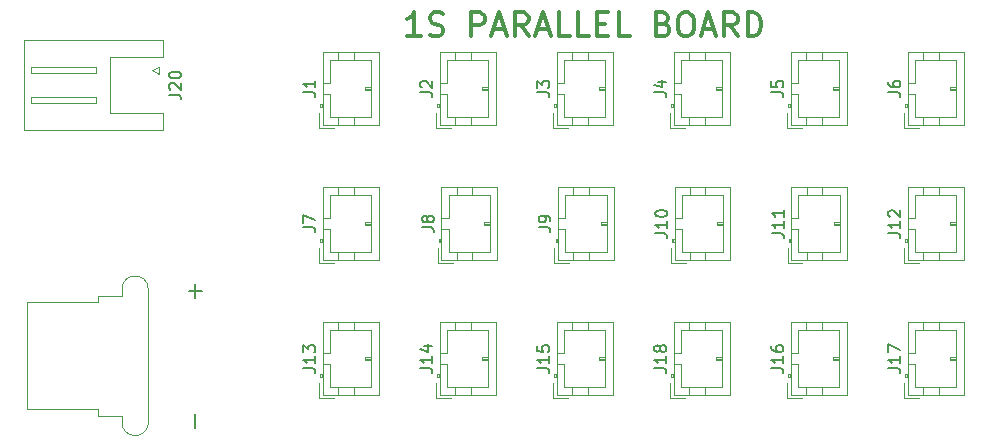
<source format=gbr>
%TF.GenerationSoftware,KiCad,Pcbnew,(5.1.9)-1*%
%TF.CreationDate,2021-10-16T11:47:39+01:00*%
%TF.ProjectId,1S-parallel-board,31532d70-6172-4616-9c6c-656c2d626f61,rev?*%
%TF.SameCoordinates,Original*%
%TF.FileFunction,Legend,Top*%
%TF.FilePolarity,Positive*%
%FSLAX46Y46*%
G04 Gerber Fmt 4.6, Leading zero omitted, Abs format (unit mm)*
G04 Created by KiCad (PCBNEW (5.1.9)-1) date 2021-10-16 11:47:39*
%MOMM*%
%LPD*%
G01*
G04 APERTURE LIST*
%ADD10C,0.300000*%
%ADD11C,0.120000*%
%ADD12C,0.150000*%
G04 APERTURE END LIST*
D10*
X110602857Y-97424761D02*
X109460000Y-97424761D01*
X110031428Y-97424761D02*
X110031428Y-95424761D01*
X109840952Y-95710476D01*
X109650476Y-95900952D01*
X109460000Y-95996190D01*
X111364761Y-97329523D02*
X111650476Y-97424761D01*
X112126666Y-97424761D01*
X112317142Y-97329523D01*
X112412380Y-97234285D01*
X112507619Y-97043809D01*
X112507619Y-96853333D01*
X112412380Y-96662857D01*
X112317142Y-96567619D01*
X112126666Y-96472380D01*
X111745714Y-96377142D01*
X111555238Y-96281904D01*
X111460000Y-96186666D01*
X111364761Y-95996190D01*
X111364761Y-95805714D01*
X111460000Y-95615238D01*
X111555238Y-95520000D01*
X111745714Y-95424761D01*
X112221904Y-95424761D01*
X112507619Y-95520000D01*
X114888571Y-97424761D02*
X114888571Y-95424761D01*
X115650476Y-95424761D01*
X115840952Y-95520000D01*
X115936190Y-95615238D01*
X116031428Y-95805714D01*
X116031428Y-96091428D01*
X115936190Y-96281904D01*
X115840952Y-96377142D01*
X115650476Y-96472380D01*
X114888571Y-96472380D01*
X116793333Y-96853333D02*
X117745714Y-96853333D01*
X116602857Y-97424761D02*
X117269523Y-95424761D01*
X117936190Y-97424761D01*
X119745714Y-97424761D02*
X119079047Y-96472380D01*
X118602857Y-97424761D02*
X118602857Y-95424761D01*
X119364761Y-95424761D01*
X119555238Y-95520000D01*
X119650476Y-95615238D01*
X119745714Y-95805714D01*
X119745714Y-96091428D01*
X119650476Y-96281904D01*
X119555238Y-96377142D01*
X119364761Y-96472380D01*
X118602857Y-96472380D01*
X120507619Y-96853333D02*
X121460000Y-96853333D01*
X120317142Y-97424761D02*
X120983809Y-95424761D01*
X121650476Y-97424761D01*
X123269523Y-97424761D02*
X122317142Y-97424761D01*
X122317142Y-95424761D01*
X124888571Y-97424761D02*
X123936190Y-97424761D01*
X123936190Y-95424761D01*
X125555238Y-96377142D02*
X126221904Y-96377142D01*
X126507619Y-97424761D02*
X125555238Y-97424761D01*
X125555238Y-95424761D01*
X126507619Y-95424761D01*
X128317142Y-97424761D02*
X127364761Y-97424761D01*
X127364761Y-95424761D01*
X131174285Y-96377142D02*
X131460000Y-96472380D01*
X131555238Y-96567619D01*
X131650476Y-96758095D01*
X131650476Y-97043809D01*
X131555238Y-97234285D01*
X131460000Y-97329523D01*
X131269523Y-97424761D01*
X130507619Y-97424761D01*
X130507619Y-95424761D01*
X131174285Y-95424761D01*
X131364761Y-95520000D01*
X131460000Y-95615238D01*
X131555238Y-95805714D01*
X131555238Y-95996190D01*
X131460000Y-96186666D01*
X131364761Y-96281904D01*
X131174285Y-96377142D01*
X130507619Y-96377142D01*
X132888571Y-95424761D02*
X133269523Y-95424761D01*
X133460000Y-95520000D01*
X133650476Y-95710476D01*
X133745714Y-96091428D01*
X133745714Y-96758095D01*
X133650476Y-97139047D01*
X133460000Y-97329523D01*
X133269523Y-97424761D01*
X132888571Y-97424761D01*
X132698095Y-97329523D01*
X132507619Y-97139047D01*
X132412380Y-96758095D01*
X132412380Y-96091428D01*
X132507619Y-95710476D01*
X132698095Y-95520000D01*
X132888571Y-95424761D01*
X134507619Y-96853333D02*
X135460000Y-96853333D01*
X134317142Y-97424761D02*
X134983809Y-95424761D01*
X135650476Y-97424761D01*
X137460000Y-97424761D02*
X136793333Y-96472380D01*
X136317142Y-97424761D02*
X136317142Y-95424761D01*
X137079047Y-95424761D01*
X137269523Y-95520000D01*
X137364761Y-95615238D01*
X137460000Y-95805714D01*
X137460000Y-96091428D01*
X137364761Y-96281904D01*
X137269523Y-96377142D01*
X137079047Y-96472380D01*
X136317142Y-96472380D01*
X138317142Y-97424761D02*
X138317142Y-95424761D01*
X138793333Y-95424761D01*
X139079047Y-95520000D01*
X139269523Y-95710476D01*
X139364761Y-95900952D01*
X139460000Y-96281904D01*
X139460000Y-96567619D01*
X139364761Y-96948571D01*
X139269523Y-97139047D01*
X139079047Y-97329523D01*
X138793333Y-97424761D01*
X138317142Y-97424761D01*
D11*
%TO.C,J20*%
X77050000Y-101580000D02*
X77050000Y-97770000D01*
X77050000Y-97770000D02*
X88770000Y-97770000D01*
X88770000Y-97770000D02*
X88770000Y-99190000D01*
X88770000Y-99190000D02*
X84270000Y-99190000D01*
X84270000Y-99190000D02*
X84270000Y-101580000D01*
X77050000Y-101580000D02*
X77050000Y-105390000D01*
X77050000Y-105390000D02*
X88770000Y-105390000D01*
X88770000Y-105390000D02*
X88770000Y-103970000D01*
X88770000Y-103970000D02*
X84270000Y-103970000D01*
X84270000Y-103970000D02*
X84270000Y-101580000D01*
X83160000Y-100080000D02*
X77660000Y-100080000D01*
X77660000Y-100080000D02*
X77660000Y-100580000D01*
X77660000Y-100580000D02*
X83160000Y-100580000D01*
X83160000Y-100580000D02*
X83160000Y-100080000D01*
X83160000Y-102580000D02*
X77660000Y-102580000D01*
X77660000Y-102580000D02*
X77660000Y-103080000D01*
X77660000Y-103080000D02*
X83160000Y-103080000D01*
X83160000Y-103080000D02*
X83160000Y-102580000D01*
X87860000Y-100330000D02*
X88460000Y-100030000D01*
X88460000Y-100030000D02*
X88460000Y-100630000D01*
X88460000Y-100630000D02*
X87860000Y-100330000D01*
%TO.C,J18*%
X132048000Y-127790000D02*
X136768000Y-127790000D01*
X136768000Y-127790000D02*
X136768000Y-121670000D01*
X136768000Y-121670000D02*
X132048000Y-121670000D01*
X132048000Y-121670000D02*
X132048000Y-127790000D01*
X132048000Y-126030000D02*
X131848000Y-126030000D01*
X131848000Y-126030000D02*
X131848000Y-126330000D01*
X131848000Y-126330000D02*
X132048000Y-126330000D01*
X131948000Y-126030000D02*
X131948000Y-126330000D01*
X132048000Y-125230000D02*
X132658000Y-125230000D01*
X132658000Y-125230000D02*
X132658000Y-127180000D01*
X132658000Y-127180000D02*
X136158000Y-127180000D01*
X136158000Y-127180000D02*
X136158000Y-122280000D01*
X136158000Y-122280000D02*
X132658000Y-122280000D01*
X132658000Y-122280000D02*
X132658000Y-124230000D01*
X132658000Y-124230000D02*
X132048000Y-124230000D01*
X133358000Y-127790000D02*
X133358000Y-127180000D01*
X134658000Y-127790000D02*
X134658000Y-127180000D01*
X133358000Y-121670000D02*
X133358000Y-122280000D01*
X134658000Y-121670000D02*
X134658000Y-122280000D01*
X136158000Y-124830000D02*
X135658000Y-124830000D01*
X135658000Y-124830000D02*
X135658000Y-124630000D01*
X135658000Y-124630000D02*
X136158000Y-124630000D01*
X136158000Y-124730000D02*
X135658000Y-124730000D01*
X131748000Y-126840000D02*
X131748000Y-128090000D01*
X131748000Y-128090000D02*
X132998000Y-128090000D01*
%TO.C,J17*%
X151860000Y-127790000D02*
X156580000Y-127790000D01*
X156580000Y-127790000D02*
X156580000Y-121670000D01*
X156580000Y-121670000D02*
X151860000Y-121670000D01*
X151860000Y-121670000D02*
X151860000Y-127790000D01*
X151860000Y-126030000D02*
X151660000Y-126030000D01*
X151660000Y-126030000D02*
X151660000Y-126330000D01*
X151660000Y-126330000D02*
X151860000Y-126330000D01*
X151760000Y-126030000D02*
X151760000Y-126330000D01*
X151860000Y-125230000D02*
X152470000Y-125230000D01*
X152470000Y-125230000D02*
X152470000Y-127180000D01*
X152470000Y-127180000D02*
X155970000Y-127180000D01*
X155970000Y-127180000D02*
X155970000Y-122280000D01*
X155970000Y-122280000D02*
X152470000Y-122280000D01*
X152470000Y-122280000D02*
X152470000Y-124230000D01*
X152470000Y-124230000D02*
X151860000Y-124230000D01*
X153170000Y-127790000D02*
X153170000Y-127180000D01*
X154470000Y-127790000D02*
X154470000Y-127180000D01*
X153170000Y-121670000D02*
X153170000Y-122280000D01*
X154470000Y-121670000D02*
X154470000Y-122280000D01*
X155970000Y-124830000D02*
X155470000Y-124830000D01*
X155470000Y-124830000D02*
X155470000Y-124630000D01*
X155470000Y-124630000D02*
X155970000Y-124630000D01*
X155970000Y-124730000D02*
X155470000Y-124730000D01*
X151560000Y-126840000D02*
X151560000Y-128090000D01*
X151560000Y-128090000D02*
X152810000Y-128090000D01*
%TO.C,J16*%
X141954000Y-127790000D02*
X146674000Y-127790000D01*
X146674000Y-127790000D02*
X146674000Y-121670000D01*
X146674000Y-121670000D02*
X141954000Y-121670000D01*
X141954000Y-121670000D02*
X141954000Y-127790000D01*
X141954000Y-126030000D02*
X141754000Y-126030000D01*
X141754000Y-126030000D02*
X141754000Y-126330000D01*
X141754000Y-126330000D02*
X141954000Y-126330000D01*
X141854000Y-126030000D02*
X141854000Y-126330000D01*
X141954000Y-125230000D02*
X142564000Y-125230000D01*
X142564000Y-125230000D02*
X142564000Y-127180000D01*
X142564000Y-127180000D02*
X146064000Y-127180000D01*
X146064000Y-127180000D02*
X146064000Y-122280000D01*
X146064000Y-122280000D02*
X142564000Y-122280000D01*
X142564000Y-122280000D02*
X142564000Y-124230000D01*
X142564000Y-124230000D02*
X141954000Y-124230000D01*
X143264000Y-127790000D02*
X143264000Y-127180000D01*
X144564000Y-127790000D02*
X144564000Y-127180000D01*
X143264000Y-121670000D02*
X143264000Y-122280000D01*
X144564000Y-121670000D02*
X144564000Y-122280000D01*
X146064000Y-124830000D02*
X145564000Y-124830000D01*
X145564000Y-124830000D02*
X145564000Y-124630000D01*
X145564000Y-124630000D02*
X146064000Y-124630000D01*
X146064000Y-124730000D02*
X145564000Y-124730000D01*
X141654000Y-126840000D02*
X141654000Y-128090000D01*
X141654000Y-128090000D02*
X142904000Y-128090000D01*
%TO.C,J15*%
X122142000Y-127790000D02*
X126862000Y-127790000D01*
X126862000Y-127790000D02*
X126862000Y-121670000D01*
X126862000Y-121670000D02*
X122142000Y-121670000D01*
X122142000Y-121670000D02*
X122142000Y-127790000D01*
X122142000Y-126030000D02*
X121942000Y-126030000D01*
X121942000Y-126030000D02*
X121942000Y-126330000D01*
X121942000Y-126330000D02*
X122142000Y-126330000D01*
X122042000Y-126030000D02*
X122042000Y-126330000D01*
X122142000Y-125230000D02*
X122752000Y-125230000D01*
X122752000Y-125230000D02*
X122752000Y-127180000D01*
X122752000Y-127180000D02*
X126252000Y-127180000D01*
X126252000Y-127180000D02*
X126252000Y-122280000D01*
X126252000Y-122280000D02*
X122752000Y-122280000D01*
X122752000Y-122280000D02*
X122752000Y-124230000D01*
X122752000Y-124230000D02*
X122142000Y-124230000D01*
X123452000Y-127790000D02*
X123452000Y-127180000D01*
X124752000Y-127790000D02*
X124752000Y-127180000D01*
X123452000Y-121670000D02*
X123452000Y-122280000D01*
X124752000Y-121670000D02*
X124752000Y-122280000D01*
X126252000Y-124830000D02*
X125752000Y-124830000D01*
X125752000Y-124830000D02*
X125752000Y-124630000D01*
X125752000Y-124630000D02*
X126252000Y-124630000D01*
X126252000Y-124730000D02*
X125752000Y-124730000D01*
X121842000Y-126840000D02*
X121842000Y-128090000D01*
X121842000Y-128090000D02*
X123092000Y-128090000D01*
%TO.C,J14*%
X112236000Y-127790000D02*
X116956000Y-127790000D01*
X116956000Y-127790000D02*
X116956000Y-121670000D01*
X116956000Y-121670000D02*
X112236000Y-121670000D01*
X112236000Y-121670000D02*
X112236000Y-127790000D01*
X112236000Y-126030000D02*
X112036000Y-126030000D01*
X112036000Y-126030000D02*
X112036000Y-126330000D01*
X112036000Y-126330000D02*
X112236000Y-126330000D01*
X112136000Y-126030000D02*
X112136000Y-126330000D01*
X112236000Y-125230000D02*
X112846000Y-125230000D01*
X112846000Y-125230000D02*
X112846000Y-127180000D01*
X112846000Y-127180000D02*
X116346000Y-127180000D01*
X116346000Y-127180000D02*
X116346000Y-122280000D01*
X116346000Y-122280000D02*
X112846000Y-122280000D01*
X112846000Y-122280000D02*
X112846000Y-124230000D01*
X112846000Y-124230000D02*
X112236000Y-124230000D01*
X113546000Y-127790000D02*
X113546000Y-127180000D01*
X114846000Y-127790000D02*
X114846000Y-127180000D01*
X113546000Y-121670000D02*
X113546000Y-122280000D01*
X114846000Y-121670000D02*
X114846000Y-122280000D01*
X116346000Y-124830000D02*
X115846000Y-124830000D01*
X115846000Y-124830000D02*
X115846000Y-124630000D01*
X115846000Y-124630000D02*
X116346000Y-124630000D01*
X116346000Y-124730000D02*
X115846000Y-124730000D01*
X111936000Y-126840000D02*
X111936000Y-128090000D01*
X111936000Y-128090000D02*
X113186000Y-128090000D01*
%TO.C,J13*%
X102330000Y-127790000D02*
X107050000Y-127790000D01*
X107050000Y-127790000D02*
X107050000Y-121670000D01*
X107050000Y-121670000D02*
X102330000Y-121670000D01*
X102330000Y-121670000D02*
X102330000Y-127790000D01*
X102330000Y-126030000D02*
X102130000Y-126030000D01*
X102130000Y-126030000D02*
X102130000Y-126330000D01*
X102130000Y-126330000D02*
X102330000Y-126330000D01*
X102230000Y-126030000D02*
X102230000Y-126330000D01*
X102330000Y-125230000D02*
X102940000Y-125230000D01*
X102940000Y-125230000D02*
X102940000Y-127180000D01*
X102940000Y-127180000D02*
X106440000Y-127180000D01*
X106440000Y-127180000D02*
X106440000Y-122280000D01*
X106440000Y-122280000D02*
X102940000Y-122280000D01*
X102940000Y-122280000D02*
X102940000Y-124230000D01*
X102940000Y-124230000D02*
X102330000Y-124230000D01*
X103640000Y-127790000D02*
X103640000Y-127180000D01*
X104940000Y-127790000D02*
X104940000Y-127180000D01*
X103640000Y-121670000D02*
X103640000Y-122280000D01*
X104940000Y-121670000D02*
X104940000Y-122280000D01*
X106440000Y-124830000D02*
X105940000Y-124830000D01*
X105940000Y-124830000D02*
X105940000Y-124630000D01*
X105940000Y-124630000D02*
X106440000Y-124630000D01*
X106440000Y-124730000D02*
X105940000Y-124730000D01*
X102030000Y-126840000D02*
X102030000Y-128090000D01*
X102030000Y-128090000D02*
X103280000Y-128090000D01*
%TO.C,J12*%
X151860000Y-116360000D02*
X156580000Y-116360000D01*
X156580000Y-116360000D02*
X156580000Y-110240000D01*
X156580000Y-110240000D02*
X151860000Y-110240000D01*
X151860000Y-110240000D02*
X151860000Y-116360000D01*
X151860000Y-114600000D02*
X151660000Y-114600000D01*
X151660000Y-114600000D02*
X151660000Y-114900000D01*
X151660000Y-114900000D02*
X151860000Y-114900000D01*
X151760000Y-114600000D02*
X151760000Y-114900000D01*
X151860000Y-113800000D02*
X152470000Y-113800000D01*
X152470000Y-113800000D02*
X152470000Y-115750000D01*
X152470000Y-115750000D02*
X155970000Y-115750000D01*
X155970000Y-115750000D02*
X155970000Y-110850000D01*
X155970000Y-110850000D02*
X152470000Y-110850000D01*
X152470000Y-110850000D02*
X152470000Y-112800000D01*
X152470000Y-112800000D02*
X151860000Y-112800000D01*
X153170000Y-116360000D02*
X153170000Y-115750000D01*
X154470000Y-116360000D02*
X154470000Y-115750000D01*
X153170000Y-110240000D02*
X153170000Y-110850000D01*
X154470000Y-110240000D02*
X154470000Y-110850000D01*
X155970000Y-113400000D02*
X155470000Y-113400000D01*
X155470000Y-113400000D02*
X155470000Y-113200000D01*
X155470000Y-113200000D02*
X155970000Y-113200000D01*
X155970000Y-113300000D02*
X155470000Y-113300000D01*
X151560000Y-115410000D02*
X151560000Y-116660000D01*
X151560000Y-116660000D02*
X152810000Y-116660000D01*
%TO.C,J11*%
X141988000Y-116360000D02*
X146708000Y-116360000D01*
X146708000Y-116360000D02*
X146708000Y-110240000D01*
X146708000Y-110240000D02*
X141988000Y-110240000D01*
X141988000Y-110240000D02*
X141988000Y-116360000D01*
X141988000Y-114600000D02*
X141788000Y-114600000D01*
X141788000Y-114600000D02*
X141788000Y-114900000D01*
X141788000Y-114900000D02*
X141988000Y-114900000D01*
X141888000Y-114600000D02*
X141888000Y-114900000D01*
X141988000Y-113800000D02*
X142598000Y-113800000D01*
X142598000Y-113800000D02*
X142598000Y-115750000D01*
X142598000Y-115750000D02*
X146098000Y-115750000D01*
X146098000Y-115750000D02*
X146098000Y-110850000D01*
X146098000Y-110850000D02*
X142598000Y-110850000D01*
X142598000Y-110850000D02*
X142598000Y-112800000D01*
X142598000Y-112800000D02*
X141988000Y-112800000D01*
X143298000Y-116360000D02*
X143298000Y-115750000D01*
X144598000Y-116360000D02*
X144598000Y-115750000D01*
X143298000Y-110240000D02*
X143298000Y-110850000D01*
X144598000Y-110240000D02*
X144598000Y-110850000D01*
X146098000Y-113400000D02*
X145598000Y-113400000D01*
X145598000Y-113400000D02*
X145598000Y-113200000D01*
X145598000Y-113200000D02*
X146098000Y-113200000D01*
X146098000Y-113300000D02*
X145598000Y-113300000D01*
X141688000Y-115410000D02*
X141688000Y-116660000D01*
X141688000Y-116660000D02*
X142938000Y-116660000D01*
%TO.C,J10*%
X132116000Y-116360000D02*
X136836000Y-116360000D01*
X136836000Y-116360000D02*
X136836000Y-110240000D01*
X136836000Y-110240000D02*
X132116000Y-110240000D01*
X132116000Y-110240000D02*
X132116000Y-116360000D01*
X132116000Y-114600000D02*
X131916000Y-114600000D01*
X131916000Y-114600000D02*
X131916000Y-114900000D01*
X131916000Y-114900000D02*
X132116000Y-114900000D01*
X132016000Y-114600000D02*
X132016000Y-114900000D01*
X132116000Y-113800000D02*
X132726000Y-113800000D01*
X132726000Y-113800000D02*
X132726000Y-115750000D01*
X132726000Y-115750000D02*
X136226000Y-115750000D01*
X136226000Y-115750000D02*
X136226000Y-110850000D01*
X136226000Y-110850000D02*
X132726000Y-110850000D01*
X132726000Y-110850000D02*
X132726000Y-112800000D01*
X132726000Y-112800000D02*
X132116000Y-112800000D01*
X133426000Y-116360000D02*
X133426000Y-115750000D01*
X134726000Y-116360000D02*
X134726000Y-115750000D01*
X133426000Y-110240000D02*
X133426000Y-110850000D01*
X134726000Y-110240000D02*
X134726000Y-110850000D01*
X136226000Y-113400000D02*
X135726000Y-113400000D01*
X135726000Y-113400000D02*
X135726000Y-113200000D01*
X135726000Y-113200000D02*
X136226000Y-113200000D01*
X136226000Y-113300000D02*
X135726000Y-113300000D01*
X131816000Y-115410000D02*
X131816000Y-116660000D01*
X131816000Y-116660000D02*
X133066000Y-116660000D01*
%TO.C,J9*%
X122244000Y-116360000D02*
X126964000Y-116360000D01*
X126964000Y-116360000D02*
X126964000Y-110240000D01*
X126964000Y-110240000D02*
X122244000Y-110240000D01*
X122244000Y-110240000D02*
X122244000Y-116360000D01*
X122244000Y-114600000D02*
X122044000Y-114600000D01*
X122044000Y-114600000D02*
X122044000Y-114900000D01*
X122044000Y-114900000D02*
X122244000Y-114900000D01*
X122144000Y-114600000D02*
X122144000Y-114900000D01*
X122244000Y-113800000D02*
X122854000Y-113800000D01*
X122854000Y-113800000D02*
X122854000Y-115750000D01*
X122854000Y-115750000D02*
X126354000Y-115750000D01*
X126354000Y-115750000D02*
X126354000Y-110850000D01*
X126354000Y-110850000D02*
X122854000Y-110850000D01*
X122854000Y-110850000D02*
X122854000Y-112800000D01*
X122854000Y-112800000D02*
X122244000Y-112800000D01*
X123554000Y-116360000D02*
X123554000Y-115750000D01*
X124854000Y-116360000D02*
X124854000Y-115750000D01*
X123554000Y-110240000D02*
X123554000Y-110850000D01*
X124854000Y-110240000D02*
X124854000Y-110850000D01*
X126354000Y-113400000D02*
X125854000Y-113400000D01*
X125854000Y-113400000D02*
X125854000Y-113200000D01*
X125854000Y-113200000D02*
X126354000Y-113200000D01*
X126354000Y-113300000D02*
X125854000Y-113300000D01*
X121944000Y-115410000D02*
X121944000Y-116660000D01*
X121944000Y-116660000D02*
X123194000Y-116660000D01*
%TO.C,J8*%
X112372000Y-116360000D02*
X117092000Y-116360000D01*
X117092000Y-116360000D02*
X117092000Y-110240000D01*
X117092000Y-110240000D02*
X112372000Y-110240000D01*
X112372000Y-110240000D02*
X112372000Y-116360000D01*
X112372000Y-114600000D02*
X112172000Y-114600000D01*
X112172000Y-114600000D02*
X112172000Y-114900000D01*
X112172000Y-114900000D02*
X112372000Y-114900000D01*
X112272000Y-114600000D02*
X112272000Y-114900000D01*
X112372000Y-113800000D02*
X112982000Y-113800000D01*
X112982000Y-113800000D02*
X112982000Y-115750000D01*
X112982000Y-115750000D02*
X116482000Y-115750000D01*
X116482000Y-115750000D02*
X116482000Y-110850000D01*
X116482000Y-110850000D02*
X112982000Y-110850000D01*
X112982000Y-110850000D02*
X112982000Y-112800000D01*
X112982000Y-112800000D02*
X112372000Y-112800000D01*
X113682000Y-116360000D02*
X113682000Y-115750000D01*
X114982000Y-116360000D02*
X114982000Y-115750000D01*
X113682000Y-110240000D02*
X113682000Y-110850000D01*
X114982000Y-110240000D02*
X114982000Y-110850000D01*
X116482000Y-113400000D02*
X115982000Y-113400000D01*
X115982000Y-113400000D02*
X115982000Y-113200000D01*
X115982000Y-113200000D02*
X116482000Y-113200000D01*
X116482000Y-113300000D02*
X115982000Y-113300000D01*
X112072000Y-115410000D02*
X112072000Y-116660000D01*
X112072000Y-116660000D02*
X113322000Y-116660000D01*
%TO.C,J7*%
X102330000Y-116360000D02*
X107050000Y-116360000D01*
X107050000Y-116360000D02*
X107050000Y-110240000D01*
X107050000Y-110240000D02*
X102330000Y-110240000D01*
X102330000Y-110240000D02*
X102330000Y-116360000D01*
X102330000Y-114600000D02*
X102130000Y-114600000D01*
X102130000Y-114600000D02*
X102130000Y-114900000D01*
X102130000Y-114900000D02*
X102330000Y-114900000D01*
X102230000Y-114600000D02*
X102230000Y-114900000D01*
X102330000Y-113800000D02*
X102940000Y-113800000D01*
X102940000Y-113800000D02*
X102940000Y-115750000D01*
X102940000Y-115750000D02*
X106440000Y-115750000D01*
X106440000Y-115750000D02*
X106440000Y-110850000D01*
X106440000Y-110850000D02*
X102940000Y-110850000D01*
X102940000Y-110850000D02*
X102940000Y-112800000D01*
X102940000Y-112800000D02*
X102330000Y-112800000D01*
X103640000Y-116360000D02*
X103640000Y-115750000D01*
X104940000Y-116360000D02*
X104940000Y-115750000D01*
X103640000Y-110240000D02*
X103640000Y-110850000D01*
X104940000Y-110240000D02*
X104940000Y-110850000D01*
X106440000Y-113400000D02*
X105940000Y-113400000D01*
X105940000Y-113400000D02*
X105940000Y-113200000D01*
X105940000Y-113200000D02*
X106440000Y-113200000D01*
X106440000Y-113300000D02*
X105940000Y-113300000D01*
X102030000Y-115410000D02*
X102030000Y-116660000D01*
X102030000Y-116660000D02*
X103280000Y-116660000D01*
%TO.C,J6*%
X151860000Y-104930000D02*
X156580000Y-104930000D01*
X156580000Y-104930000D02*
X156580000Y-98810000D01*
X156580000Y-98810000D02*
X151860000Y-98810000D01*
X151860000Y-98810000D02*
X151860000Y-104930000D01*
X151860000Y-103170000D02*
X151660000Y-103170000D01*
X151660000Y-103170000D02*
X151660000Y-103470000D01*
X151660000Y-103470000D02*
X151860000Y-103470000D01*
X151760000Y-103170000D02*
X151760000Y-103470000D01*
X151860000Y-102370000D02*
X152470000Y-102370000D01*
X152470000Y-102370000D02*
X152470000Y-104320000D01*
X152470000Y-104320000D02*
X155970000Y-104320000D01*
X155970000Y-104320000D02*
X155970000Y-99420000D01*
X155970000Y-99420000D02*
X152470000Y-99420000D01*
X152470000Y-99420000D02*
X152470000Y-101370000D01*
X152470000Y-101370000D02*
X151860000Y-101370000D01*
X153170000Y-104930000D02*
X153170000Y-104320000D01*
X154470000Y-104930000D02*
X154470000Y-104320000D01*
X153170000Y-98810000D02*
X153170000Y-99420000D01*
X154470000Y-98810000D02*
X154470000Y-99420000D01*
X155970000Y-101970000D02*
X155470000Y-101970000D01*
X155470000Y-101970000D02*
X155470000Y-101770000D01*
X155470000Y-101770000D02*
X155970000Y-101770000D01*
X155970000Y-101870000D02*
X155470000Y-101870000D01*
X151560000Y-103980000D02*
X151560000Y-105230000D01*
X151560000Y-105230000D02*
X152810000Y-105230000D01*
%TO.C,J5*%
X141954000Y-104930000D02*
X146674000Y-104930000D01*
X146674000Y-104930000D02*
X146674000Y-98810000D01*
X146674000Y-98810000D02*
X141954000Y-98810000D01*
X141954000Y-98810000D02*
X141954000Y-104930000D01*
X141954000Y-103170000D02*
X141754000Y-103170000D01*
X141754000Y-103170000D02*
X141754000Y-103470000D01*
X141754000Y-103470000D02*
X141954000Y-103470000D01*
X141854000Y-103170000D02*
X141854000Y-103470000D01*
X141954000Y-102370000D02*
X142564000Y-102370000D01*
X142564000Y-102370000D02*
X142564000Y-104320000D01*
X142564000Y-104320000D02*
X146064000Y-104320000D01*
X146064000Y-104320000D02*
X146064000Y-99420000D01*
X146064000Y-99420000D02*
X142564000Y-99420000D01*
X142564000Y-99420000D02*
X142564000Y-101370000D01*
X142564000Y-101370000D02*
X141954000Y-101370000D01*
X143264000Y-104930000D02*
X143264000Y-104320000D01*
X144564000Y-104930000D02*
X144564000Y-104320000D01*
X143264000Y-98810000D02*
X143264000Y-99420000D01*
X144564000Y-98810000D02*
X144564000Y-99420000D01*
X146064000Y-101970000D02*
X145564000Y-101970000D01*
X145564000Y-101970000D02*
X145564000Y-101770000D01*
X145564000Y-101770000D02*
X146064000Y-101770000D01*
X146064000Y-101870000D02*
X145564000Y-101870000D01*
X141654000Y-103980000D02*
X141654000Y-105230000D01*
X141654000Y-105230000D02*
X142904000Y-105230000D01*
%TO.C,J4*%
X132048000Y-104930000D02*
X136768000Y-104930000D01*
X136768000Y-104930000D02*
X136768000Y-98810000D01*
X136768000Y-98810000D02*
X132048000Y-98810000D01*
X132048000Y-98810000D02*
X132048000Y-104930000D01*
X132048000Y-103170000D02*
X131848000Y-103170000D01*
X131848000Y-103170000D02*
X131848000Y-103470000D01*
X131848000Y-103470000D02*
X132048000Y-103470000D01*
X131948000Y-103170000D02*
X131948000Y-103470000D01*
X132048000Y-102370000D02*
X132658000Y-102370000D01*
X132658000Y-102370000D02*
X132658000Y-104320000D01*
X132658000Y-104320000D02*
X136158000Y-104320000D01*
X136158000Y-104320000D02*
X136158000Y-99420000D01*
X136158000Y-99420000D02*
X132658000Y-99420000D01*
X132658000Y-99420000D02*
X132658000Y-101370000D01*
X132658000Y-101370000D02*
X132048000Y-101370000D01*
X133358000Y-104930000D02*
X133358000Y-104320000D01*
X134658000Y-104930000D02*
X134658000Y-104320000D01*
X133358000Y-98810000D02*
X133358000Y-99420000D01*
X134658000Y-98810000D02*
X134658000Y-99420000D01*
X136158000Y-101970000D02*
X135658000Y-101970000D01*
X135658000Y-101970000D02*
X135658000Y-101770000D01*
X135658000Y-101770000D02*
X136158000Y-101770000D01*
X136158000Y-101870000D02*
X135658000Y-101870000D01*
X131748000Y-103980000D02*
X131748000Y-105230000D01*
X131748000Y-105230000D02*
X132998000Y-105230000D01*
%TO.C,J3*%
X122142000Y-104930000D02*
X126862000Y-104930000D01*
X126862000Y-104930000D02*
X126862000Y-98810000D01*
X126862000Y-98810000D02*
X122142000Y-98810000D01*
X122142000Y-98810000D02*
X122142000Y-104930000D01*
X122142000Y-103170000D02*
X121942000Y-103170000D01*
X121942000Y-103170000D02*
X121942000Y-103470000D01*
X121942000Y-103470000D02*
X122142000Y-103470000D01*
X122042000Y-103170000D02*
X122042000Y-103470000D01*
X122142000Y-102370000D02*
X122752000Y-102370000D01*
X122752000Y-102370000D02*
X122752000Y-104320000D01*
X122752000Y-104320000D02*
X126252000Y-104320000D01*
X126252000Y-104320000D02*
X126252000Y-99420000D01*
X126252000Y-99420000D02*
X122752000Y-99420000D01*
X122752000Y-99420000D02*
X122752000Y-101370000D01*
X122752000Y-101370000D02*
X122142000Y-101370000D01*
X123452000Y-104930000D02*
X123452000Y-104320000D01*
X124752000Y-104930000D02*
X124752000Y-104320000D01*
X123452000Y-98810000D02*
X123452000Y-99420000D01*
X124752000Y-98810000D02*
X124752000Y-99420000D01*
X126252000Y-101970000D02*
X125752000Y-101970000D01*
X125752000Y-101970000D02*
X125752000Y-101770000D01*
X125752000Y-101770000D02*
X126252000Y-101770000D01*
X126252000Y-101870000D02*
X125752000Y-101870000D01*
X121842000Y-103980000D02*
X121842000Y-105230000D01*
X121842000Y-105230000D02*
X123092000Y-105230000D01*
%TO.C,J2*%
X112236000Y-104930000D02*
X116956000Y-104930000D01*
X116956000Y-104930000D02*
X116956000Y-98810000D01*
X116956000Y-98810000D02*
X112236000Y-98810000D01*
X112236000Y-98810000D02*
X112236000Y-104930000D01*
X112236000Y-103170000D02*
X112036000Y-103170000D01*
X112036000Y-103170000D02*
X112036000Y-103470000D01*
X112036000Y-103470000D02*
X112236000Y-103470000D01*
X112136000Y-103170000D02*
X112136000Y-103470000D01*
X112236000Y-102370000D02*
X112846000Y-102370000D01*
X112846000Y-102370000D02*
X112846000Y-104320000D01*
X112846000Y-104320000D02*
X116346000Y-104320000D01*
X116346000Y-104320000D02*
X116346000Y-99420000D01*
X116346000Y-99420000D02*
X112846000Y-99420000D01*
X112846000Y-99420000D02*
X112846000Y-101370000D01*
X112846000Y-101370000D02*
X112236000Y-101370000D01*
X113546000Y-104930000D02*
X113546000Y-104320000D01*
X114846000Y-104930000D02*
X114846000Y-104320000D01*
X113546000Y-98810000D02*
X113546000Y-99420000D01*
X114846000Y-98810000D02*
X114846000Y-99420000D01*
X116346000Y-101970000D02*
X115846000Y-101970000D01*
X115846000Y-101970000D02*
X115846000Y-101770000D01*
X115846000Y-101770000D02*
X116346000Y-101770000D01*
X116346000Y-101870000D02*
X115846000Y-101870000D01*
X111936000Y-103980000D02*
X111936000Y-105230000D01*
X111936000Y-105230000D02*
X113186000Y-105230000D01*
%TO.C,J1*%
X102330000Y-104930000D02*
X107050000Y-104930000D01*
X107050000Y-104930000D02*
X107050000Y-98810000D01*
X107050000Y-98810000D02*
X102330000Y-98810000D01*
X102330000Y-98810000D02*
X102330000Y-104930000D01*
X102330000Y-103170000D02*
X102130000Y-103170000D01*
X102130000Y-103170000D02*
X102130000Y-103470000D01*
X102130000Y-103470000D02*
X102330000Y-103470000D01*
X102230000Y-103170000D02*
X102230000Y-103470000D01*
X102330000Y-102370000D02*
X102940000Y-102370000D01*
X102940000Y-102370000D02*
X102940000Y-104320000D01*
X102940000Y-104320000D02*
X106440000Y-104320000D01*
X106440000Y-104320000D02*
X106440000Y-99420000D01*
X106440000Y-99420000D02*
X102940000Y-99420000D01*
X102940000Y-99420000D02*
X102940000Y-101370000D01*
X102940000Y-101370000D02*
X102330000Y-101370000D01*
X103640000Y-104930000D02*
X103640000Y-104320000D01*
X104940000Y-104930000D02*
X104940000Y-104320000D01*
X103640000Y-98810000D02*
X103640000Y-99420000D01*
X104940000Y-98810000D02*
X104940000Y-99420000D01*
X106440000Y-101970000D02*
X105940000Y-101970000D01*
X105940000Y-101970000D02*
X105940000Y-101770000D01*
X105940000Y-101770000D02*
X106440000Y-101770000D01*
X106440000Y-101870000D02*
X105940000Y-101870000D01*
X102030000Y-103980000D02*
X102030000Y-105230000D01*
X102030000Y-105230000D02*
X103280000Y-105230000D01*
%TO.C,J19*%
X77280000Y-129030000D02*
X83280000Y-129030000D01*
X77280000Y-129030000D02*
X77280000Y-120000000D01*
X77280000Y-119970000D02*
X83280000Y-119970000D01*
X83280000Y-119970000D02*
X83280000Y-119440000D01*
X83280000Y-119440000D02*
X85330000Y-119440000D01*
X85330000Y-119440000D02*
X85330000Y-118740000D01*
X85330000Y-130260000D02*
X85330000Y-129560000D01*
X83280000Y-129560000D02*
X85330000Y-129560000D01*
X87550000Y-130260000D02*
X87550000Y-118740000D01*
X83280000Y-129560000D02*
X83280000Y-129030000D01*
X85330000Y-118850000D02*
G75*
G02*
X87550000Y-118850000I1110000J0D01*
G01*
X87536635Y-130321729D02*
G75*
G02*
X85330000Y-130150000I-1096635J171729D01*
G01*
%TO.C,J20*%
D12*
X89312380Y-102389523D02*
X90026666Y-102389523D01*
X90169523Y-102437142D01*
X90264761Y-102532380D01*
X90312380Y-102675238D01*
X90312380Y-102770476D01*
X89407619Y-101960952D02*
X89360000Y-101913333D01*
X89312380Y-101818095D01*
X89312380Y-101580000D01*
X89360000Y-101484761D01*
X89407619Y-101437142D01*
X89502857Y-101389523D01*
X89598095Y-101389523D01*
X89740952Y-101437142D01*
X90312380Y-102008571D01*
X90312380Y-101389523D01*
X89312380Y-100770476D02*
X89312380Y-100675238D01*
X89360000Y-100580000D01*
X89407619Y-100532380D01*
X89502857Y-100484761D01*
X89693333Y-100437142D01*
X89931428Y-100437142D01*
X90121904Y-100484761D01*
X90217142Y-100532380D01*
X90264761Y-100580000D01*
X90312380Y-100675238D01*
X90312380Y-100770476D01*
X90264761Y-100865714D01*
X90217142Y-100913333D01*
X90121904Y-100960952D01*
X89931428Y-101008571D01*
X89693333Y-101008571D01*
X89502857Y-100960952D01*
X89407619Y-100913333D01*
X89360000Y-100865714D01*
X89312380Y-100770476D01*
%TO.C,J18*%
X130410380Y-125539523D02*
X131124666Y-125539523D01*
X131267523Y-125587142D01*
X131362761Y-125682380D01*
X131410380Y-125825238D01*
X131410380Y-125920476D01*
X131410380Y-124539523D02*
X131410380Y-125110952D01*
X131410380Y-124825238D02*
X130410380Y-124825238D01*
X130553238Y-124920476D01*
X130648476Y-125015714D01*
X130696095Y-125110952D01*
X130838952Y-123968095D02*
X130791333Y-124063333D01*
X130743714Y-124110952D01*
X130648476Y-124158571D01*
X130600857Y-124158571D01*
X130505619Y-124110952D01*
X130458000Y-124063333D01*
X130410380Y-123968095D01*
X130410380Y-123777619D01*
X130458000Y-123682380D01*
X130505619Y-123634761D01*
X130600857Y-123587142D01*
X130648476Y-123587142D01*
X130743714Y-123634761D01*
X130791333Y-123682380D01*
X130838952Y-123777619D01*
X130838952Y-123968095D01*
X130886571Y-124063333D01*
X130934190Y-124110952D01*
X131029428Y-124158571D01*
X131219904Y-124158571D01*
X131315142Y-124110952D01*
X131362761Y-124063333D01*
X131410380Y-123968095D01*
X131410380Y-123777619D01*
X131362761Y-123682380D01*
X131315142Y-123634761D01*
X131219904Y-123587142D01*
X131029428Y-123587142D01*
X130934190Y-123634761D01*
X130886571Y-123682380D01*
X130838952Y-123777619D01*
%TO.C,J17*%
X150222380Y-125539523D02*
X150936666Y-125539523D01*
X151079523Y-125587142D01*
X151174761Y-125682380D01*
X151222380Y-125825238D01*
X151222380Y-125920476D01*
X151222380Y-124539523D02*
X151222380Y-125110952D01*
X151222380Y-124825238D02*
X150222380Y-124825238D01*
X150365238Y-124920476D01*
X150460476Y-125015714D01*
X150508095Y-125110952D01*
X150222380Y-124206190D02*
X150222380Y-123539523D01*
X151222380Y-123968095D01*
%TO.C,J16*%
X140316380Y-125539523D02*
X141030666Y-125539523D01*
X141173523Y-125587142D01*
X141268761Y-125682380D01*
X141316380Y-125825238D01*
X141316380Y-125920476D01*
X141316380Y-124539523D02*
X141316380Y-125110952D01*
X141316380Y-124825238D02*
X140316380Y-124825238D01*
X140459238Y-124920476D01*
X140554476Y-125015714D01*
X140602095Y-125110952D01*
X140316380Y-123682380D02*
X140316380Y-123872857D01*
X140364000Y-123968095D01*
X140411619Y-124015714D01*
X140554476Y-124110952D01*
X140744952Y-124158571D01*
X141125904Y-124158571D01*
X141221142Y-124110952D01*
X141268761Y-124063333D01*
X141316380Y-123968095D01*
X141316380Y-123777619D01*
X141268761Y-123682380D01*
X141221142Y-123634761D01*
X141125904Y-123587142D01*
X140887809Y-123587142D01*
X140792571Y-123634761D01*
X140744952Y-123682380D01*
X140697333Y-123777619D01*
X140697333Y-123968095D01*
X140744952Y-124063333D01*
X140792571Y-124110952D01*
X140887809Y-124158571D01*
%TO.C,J15*%
X120504380Y-125539523D02*
X121218666Y-125539523D01*
X121361523Y-125587142D01*
X121456761Y-125682380D01*
X121504380Y-125825238D01*
X121504380Y-125920476D01*
X121504380Y-124539523D02*
X121504380Y-125110952D01*
X121504380Y-124825238D02*
X120504380Y-124825238D01*
X120647238Y-124920476D01*
X120742476Y-125015714D01*
X120790095Y-125110952D01*
X120504380Y-123634761D02*
X120504380Y-124110952D01*
X120980571Y-124158571D01*
X120932952Y-124110952D01*
X120885333Y-124015714D01*
X120885333Y-123777619D01*
X120932952Y-123682380D01*
X120980571Y-123634761D01*
X121075809Y-123587142D01*
X121313904Y-123587142D01*
X121409142Y-123634761D01*
X121456761Y-123682380D01*
X121504380Y-123777619D01*
X121504380Y-124015714D01*
X121456761Y-124110952D01*
X121409142Y-124158571D01*
%TO.C,J14*%
X110598380Y-125539523D02*
X111312666Y-125539523D01*
X111455523Y-125587142D01*
X111550761Y-125682380D01*
X111598380Y-125825238D01*
X111598380Y-125920476D01*
X111598380Y-124539523D02*
X111598380Y-125110952D01*
X111598380Y-124825238D02*
X110598380Y-124825238D01*
X110741238Y-124920476D01*
X110836476Y-125015714D01*
X110884095Y-125110952D01*
X110931714Y-123682380D02*
X111598380Y-123682380D01*
X110550761Y-123920476D02*
X111265047Y-124158571D01*
X111265047Y-123539523D01*
%TO.C,J13*%
X100692380Y-125539523D02*
X101406666Y-125539523D01*
X101549523Y-125587142D01*
X101644761Y-125682380D01*
X101692380Y-125825238D01*
X101692380Y-125920476D01*
X101692380Y-124539523D02*
X101692380Y-125110952D01*
X101692380Y-124825238D02*
X100692380Y-124825238D01*
X100835238Y-124920476D01*
X100930476Y-125015714D01*
X100978095Y-125110952D01*
X100692380Y-124206190D02*
X100692380Y-123587142D01*
X101073333Y-123920476D01*
X101073333Y-123777619D01*
X101120952Y-123682380D01*
X101168571Y-123634761D01*
X101263809Y-123587142D01*
X101501904Y-123587142D01*
X101597142Y-123634761D01*
X101644761Y-123682380D01*
X101692380Y-123777619D01*
X101692380Y-124063333D01*
X101644761Y-124158571D01*
X101597142Y-124206190D01*
%TO.C,J12*%
X150222380Y-114109523D02*
X150936666Y-114109523D01*
X151079523Y-114157142D01*
X151174761Y-114252380D01*
X151222380Y-114395238D01*
X151222380Y-114490476D01*
X151222380Y-113109523D02*
X151222380Y-113680952D01*
X151222380Y-113395238D02*
X150222380Y-113395238D01*
X150365238Y-113490476D01*
X150460476Y-113585714D01*
X150508095Y-113680952D01*
X150317619Y-112728571D02*
X150270000Y-112680952D01*
X150222380Y-112585714D01*
X150222380Y-112347619D01*
X150270000Y-112252380D01*
X150317619Y-112204761D01*
X150412857Y-112157142D01*
X150508095Y-112157142D01*
X150650952Y-112204761D01*
X151222380Y-112776190D01*
X151222380Y-112157142D01*
%TO.C,J11*%
X140350380Y-114109523D02*
X141064666Y-114109523D01*
X141207523Y-114157142D01*
X141302761Y-114252380D01*
X141350380Y-114395238D01*
X141350380Y-114490476D01*
X141350380Y-113109523D02*
X141350380Y-113680952D01*
X141350380Y-113395238D02*
X140350380Y-113395238D01*
X140493238Y-113490476D01*
X140588476Y-113585714D01*
X140636095Y-113680952D01*
X141350380Y-112157142D02*
X141350380Y-112728571D01*
X141350380Y-112442857D02*
X140350380Y-112442857D01*
X140493238Y-112538095D01*
X140588476Y-112633333D01*
X140636095Y-112728571D01*
%TO.C,J10*%
X130478380Y-114109523D02*
X131192666Y-114109523D01*
X131335523Y-114157142D01*
X131430761Y-114252380D01*
X131478380Y-114395238D01*
X131478380Y-114490476D01*
X131478380Y-113109523D02*
X131478380Y-113680952D01*
X131478380Y-113395238D02*
X130478380Y-113395238D01*
X130621238Y-113490476D01*
X130716476Y-113585714D01*
X130764095Y-113680952D01*
X130478380Y-112490476D02*
X130478380Y-112395238D01*
X130526000Y-112300000D01*
X130573619Y-112252380D01*
X130668857Y-112204761D01*
X130859333Y-112157142D01*
X131097428Y-112157142D01*
X131287904Y-112204761D01*
X131383142Y-112252380D01*
X131430761Y-112300000D01*
X131478380Y-112395238D01*
X131478380Y-112490476D01*
X131430761Y-112585714D01*
X131383142Y-112633333D01*
X131287904Y-112680952D01*
X131097428Y-112728571D01*
X130859333Y-112728571D01*
X130668857Y-112680952D01*
X130573619Y-112633333D01*
X130526000Y-112585714D01*
X130478380Y-112490476D01*
%TO.C,J9*%
X120606380Y-113633333D02*
X121320666Y-113633333D01*
X121463523Y-113680952D01*
X121558761Y-113776190D01*
X121606380Y-113919047D01*
X121606380Y-114014285D01*
X121606380Y-113109523D02*
X121606380Y-112919047D01*
X121558761Y-112823809D01*
X121511142Y-112776190D01*
X121368285Y-112680952D01*
X121177809Y-112633333D01*
X120796857Y-112633333D01*
X120701619Y-112680952D01*
X120654000Y-112728571D01*
X120606380Y-112823809D01*
X120606380Y-113014285D01*
X120654000Y-113109523D01*
X120701619Y-113157142D01*
X120796857Y-113204761D01*
X121034952Y-113204761D01*
X121130190Y-113157142D01*
X121177809Y-113109523D01*
X121225428Y-113014285D01*
X121225428Y-112823809D01*
X121177809Y-112728571D01*
X121130190Y-112680952D01*
X121034952Y-112633333D01*
%TO.C,J8*%
X110734380Y-113633333D02*
X111448666Y-113633333D01*
X111591523Y-113680952D01*
X111686761Y-113776190D01*
X111734380Y-113919047D01*
X111734380Y-114014285D01*
X111162952Y-113014285D02*
X111115333Y-113109523D01*
X111067714Y-113157142D01*
X110972476Y-113204761D01*
X110924857Y-113204761D01*
X110829619Y-113157142D01*
X110782000Y-113109523D01*
X110734380Y-113014285D01*
X110734380Y-112823809D01*
X110782000Y-112728571D01*
X110829619Y-112680952D01*
X110924857Y-112633333D01*
X110972476Y-112633333D01*
X111067714Y-112680952D01*
X111115333Y-112728571D01*
X111162952Y-112823809D01*
X111162952Y-113014285D01*
X111210571Y-113109523D01*
X111258190Y-113157142D01*
X111353428Y-113204761D01*
X111543904Y-113204761D01*
X111639142Y-113157142D01*
X111686761Y-113109523D01*
X111734380Y-113014285D01*
X111734380Y-112823809D01*
X111686761Y-112728571D01*
X111639142Y-112680952D01*
X111543904Y-112633333D01*
X111353428Y-112633333D01*
X111258190Y-112680952D01*
X111210571Y-112728571D01*
X111162952Y-112823809D01*
%TO.C,J7*%
X100692380Y-113633333D02*
X101406666Y-113633333D01*
X101549523Y-113680952D01*
X101644761Y-113776190D01*
X101692380Y-113919047D01*
X101692380Y-114014285D01*
X100692380Y-113252380D02*
X100692380Y-112585714D01*
X101692380Y-113014285D01*
%TO.C,J6*%
X150222380Y-102203333D02*
X150936666Y-102203333D01*
X151079523Y-102250952D01*
X151174761Y-102346190D01*
X151222380Y-102489047D01*
X151222380Y-102584285D01*
X150222380Y-101298571D02*
X150222380Y-101489047D01*
X150270000Y-101584285D01*
X150317619Y-101631904D01*
X150460476Y-101727142D01*
X150650952Y-101774761D01*
X151031904Y-101774761D01*
X151127142Y-101727142D01*
X151174761Y-101679523D01*
X151222380Y-101584285D01*
X151222380Y-101393809D01*
X151174761Y-101298571D01*
X151127142Y-101250952D01*
X151031904Y-101203333D01*
X150793809Y-101203333D01*
X150698571Y-101250952D01*
X150650952Y-101298571D01*
X150603333Y-101393809D01*
X150603333Y-101584285D01*
X150650952Y-101679523D01*
X150698571Y-101727142D01*
X150793809Y-101774761D01*
%TO.C,J5*%
X140316380Y-102203333D02*
X141030666Y-102203333D01*
X141173523Y-102250952D01*
X141268761Y-102346190D01*
X141316380Y-102489047D01*
X141316380Y-102584285D01*
X140316380Y-101250952D02*
X140316380Y-101727142D01*
X140792571Y-101774761D01*
X140744952Y-101727142D01*
X140697333Y-101631904D01*
X140697333Y-101393809D01*
X140744952Y-101298571D01*
X140792571Y-101250952D01*
X140887809Y-101203333D01*
X141125904Y-101203333D01*
X141221142Y-101250952D01*
X141268761Y-101298571D01*
X141316380Y-101393809D01*
X141316380Y-101631904D01*
X141268761Y-101727142D01*
X141221142Y-101774761D01*
%TO.C,J4*%
X130410380Y-102203333D02*
X131124666Y-102203333D01*
X131267523Y-102250952D01*
X131362761Y-102346190D01*
X131410380Y-102489047D01*
X131410380Y-102584285D01*
X130743714Y-101298571D02*
X131410380Y-101298571D01*
X130362761Y-101536666D02*
X131077047Y-101774761D01*
X131077047Y-101155714D01*
%TO.C,J3*%
X120504380Y-102203333D02*
X121218666Y-102203333D01*
X121361523Y-102250952D01*
X121456761Y-102346190D01*
X121504380Y-102489047D01*
X121504380Y-102584285D01*
X120504380Y-101822380D02*
X120504380Y-101203333D01*
X120885333Y-101536666D01*
X120885333Y-101393809D01*
X120932952Y-101298571D01*
X120980571Y-101250952D01*
X121075809Y-101203333D01*
X121313904Y-101203333D01*
X121409142Y-101250952D01*
X121456761Y-101298571D01*
X121504380Y-101393809D01*
X121504380Y-101679523D01*
X121456761Y-101774761D01*
X121409142Y-101822380D01*
%TO.C,J2*%
X110598380Y-102203333D02*
X111312666Y-102203333D01*
X111455523Y-102250952D01*
X111550761Y-102346190D01*
X111598380Y-102489047D01*
X111598380Y-102584285D01*
X110693619Y-101774761D02*
X110646000Y-101727142D01*
X110598380Y-101631904D01*
X110598380Y-101393809D01*
X110646000Y-101298571D01*
X110693619Y-101250952D01*
X110788857Y-101203333D01*
X110884095Y-101203333D01*
X111026952Y-101250952D01*
X111598380Y-101822380D01*
X111598380Y-101203333D01*
%TO.C,J1*%
X100692380Y-102203333D02*
X101406666Y-102203333D01*
X101549523Y-102250952D01*
X101644761Y-102346190D01*
X101692380Y-102489047D01*
X101692380Y-102584285D01*
X101692380Y-101203333D02*
X101692380Y-101774761D01*
X101692380Y-101489047D02*
X100692380Y-101489047D01*
X100835238Y-101584285D01*
X100930476Y-101679523D01*
X100978095Y-101774761D01*
%TO.C,J19*%
X91547142Y-130571428D02*
X91547142Y-129428571D01*
X91547142Y-119571428D02*
X91547142Y-118428571D01*
X92118571Y-119000000D02*
X90975714Y-119000000D01*
%TD*%
M02*

</source>
